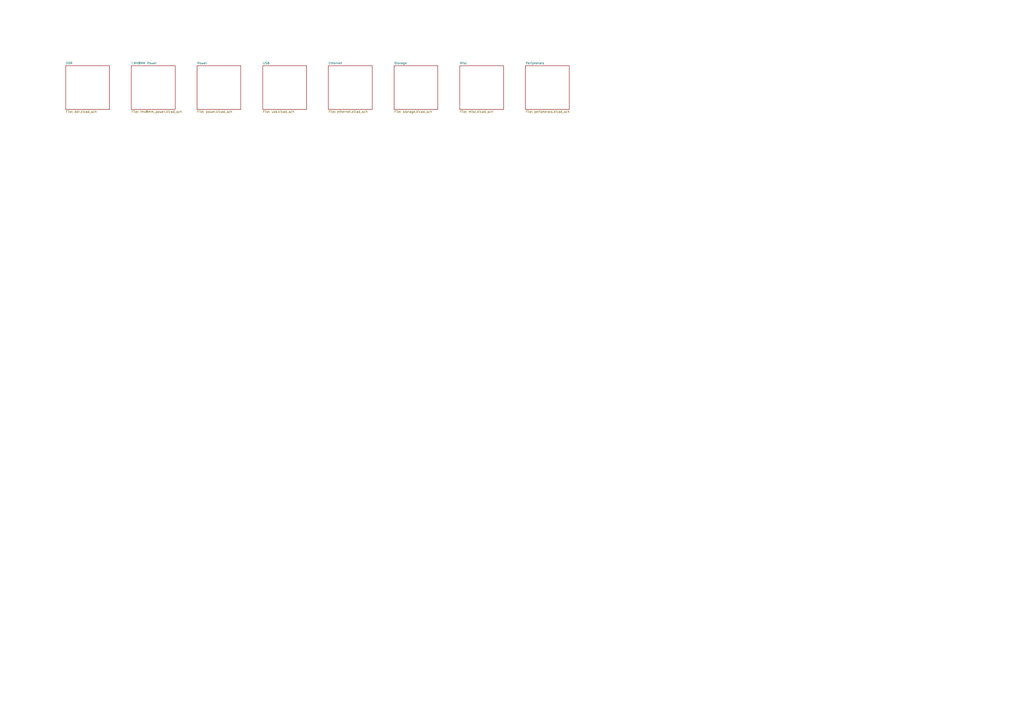
<source format=kicad_sch>
(kicad_sch (version 20211123) (generator eeschema)
  (paper "A2")
  (lib_symbols)
  (sheet (at 304.8 38.1) (size 25.4 25.4) (stroke (width 0.1524))
    (property "Sheet name" "Peripherals" (at 304.8 37.3884 0) (effects (justify left bottom)))
    (property "Sheet file" "peripherals.kicad_sch" (at 304.8 64.0846 0) (effects (justify left top)))
  )
  (sheet (at 266.7 38.1) (size 25.4 25.4) (stroke (width 0.1524))
    (property "Sheet name" "Misc" (at 266.7 37.3884 0) (effects (justify left bottom)))
    (property "Sheet file" "misc.kicad_sch" (at 266.7 64.0846 0) (effects (justify left top)))
  )
  (sheet (at 152.4 38.1) (size 25.4 25.4) (stroke (width 0.1524))
    (property "Sheet name" "USB" (at 152.4 37.3884 0) (effects (justify left bottom)))
    (property "Sheet file" "usb.kicad_sch" (at 152.4 64.0846 0) (effects (justify left top)))
  )
  (sheet (at 190.5 38.1) (size 25.4 25.4) (stroke (width 0.1524))
    (property "Sheet name" "Ethernet" (at 190.5 37.3884 0) (effects (justify left bottom)))
    (property "Sheet file" "ethernet.kicad_sch" (at 190.5 64.0846 0) (effects (justify left top)))
  )
  (sheet (at 114.3 38.1) (size 25.4 25.4) (stroke (width 0.1524))
    (property "Sheet name" "Power" (at 114.3 37.3884 0) (effects (justify left bottom)))
    (property "Sheet file" "power.kicad_sch" (at 114.3 64.0846 0) (effects (justify left top)))
  )
  (sheet (at 76.2 38.1) (size 25.4 25.4) (stroke (width 0.1524))
    (property "Sheet name" "i.MX8MM Power" (at 76.2 37.3884 0) (effects (justify left bottom)))
    (property "Sheet file" "imx8mm_power.kicad_sch" (at 76.2 64.0846 0) (effects (justify left top)))
  )
  (sheet (at 228.6 38.1) (size 25.4 25.4) (stroke (width 0.1524))
    (property "Sheet name" "Storage" (at 228.6 37.3884 0) (effects (justify left bottom)))
    (property "Sheet file" "storage.kicad_sch" (at 228.6 64.0846 0) (effects (justify left top)))
  )
  (sheet (at 38.1 38.1) (size 25.4 25.4) (stroke (width 0.1524))
    (property "Sheet name" "DDR" (at 38.1 37.3884 0) (effects (justify left bottom)))
    (property "Sheet file" "ddr.kicad_sch" (at 38.1 64.0846 0) (effects (justify left top)))
  )
)
</source>
